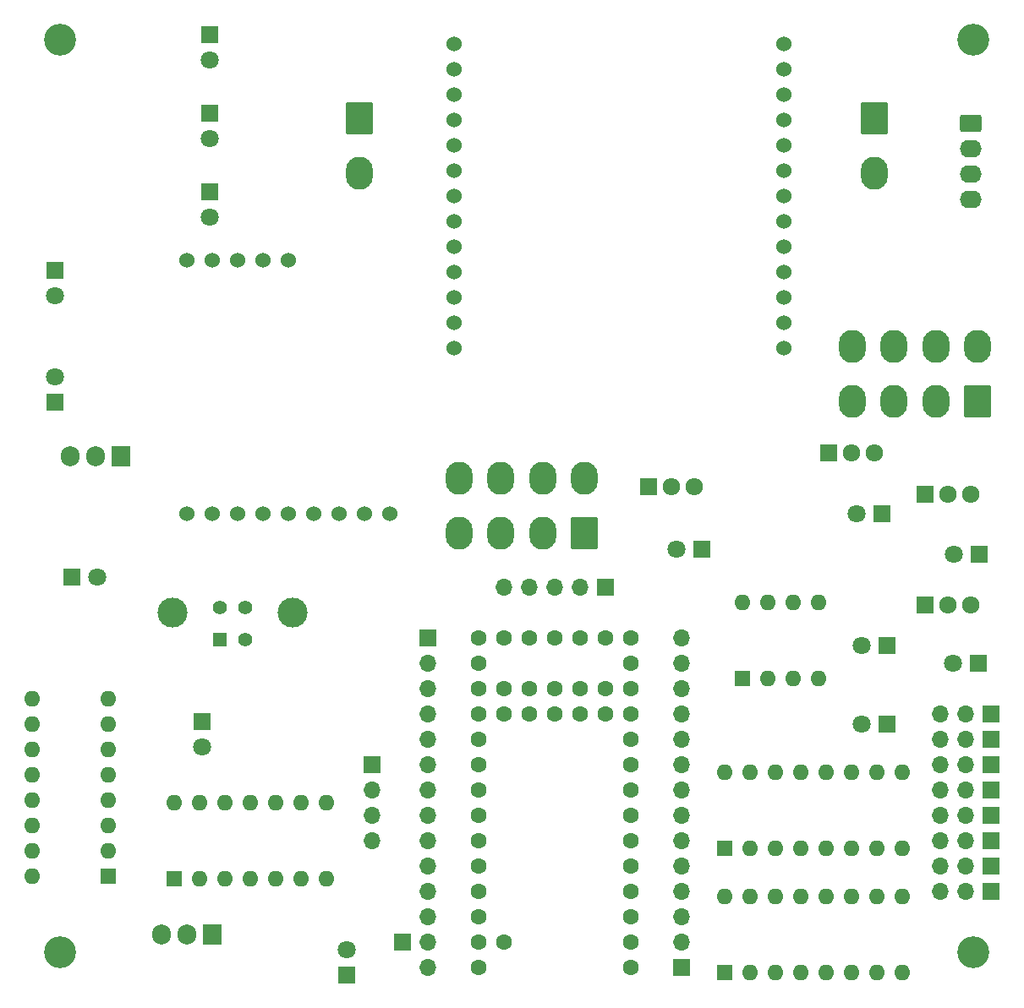
<source format=gbs>
%TF.GenerationSoftware,KiCad,Pcbnew,6.0.10-86aedd382b~118~ubuntu20.04.1*%
%TF.CreationDate,2022-12-27T17:01:33-05:00*%
%TF.ProjectId,AMP_PCBv2,414d505f-5043-4427-9632-2e6b69636164,A*%
%TF.SameCoordinates,Original*%
%TF.FileFunction,Soldermask,Bot*%
%TF.FilePolarity,Negative*%
%FSLAX46Y46*%
G04 Gerber Fmt 4.6, Leading zero omitted, Abs format (unit mm)*
G04 Created by KiCad (PCBNEW 6.0.10-86aedd382b~118~ubuntu20.04.1) date 2022-12-27 17:01:33*
%MOMM*%
%LPD*%
G01*
G04 APERTURE LIST*
G04 Aperture macros list*
%AMRoundRect*
0 Rectangle with rounded corners*
0 $1 Rounding radius*
0 $2 $3 $4 $5 $6 $7 $8 $9 X,Y pos of 4 corners*
0 Add a 4 corners polygon primitive as box body*
4,1,4,$2,$3,$4,$5,$6,$7,$8,$9,$2,$3,0*
0 Add four circle primitives for the rounded corners*
1,1,$1+$1,$2,$3*
1,1,$1+$1,$4,$5*
1,1,$1+$1,$6,$7*
1,1,$1+$1,$8,$9*
0 Add four rect primitives between the rounded corners*
20,1,$1+$1,$2,$3,$4,$5,0*
20,1,$1+$1,$4,$5,$6,$7,0*
20,1,$1+$1,$6,$7,$8,$9,0*
20,1,$1+$1,$8,$9,$2,$3,0*%
G04 Aperture macros list end*
%ADD10R,1.600000X1.600000*%
%ADD11O,1.600000X1.600000*%
%ADD12R,1.700000X1.700000*%
%ADD13O,1.700000X1.700000*%
%ADD14C,1.524000*%
%ADD15R,1.717500X1.800000*%
%ADD16O,1.717500X1.800000*%
%ADD17C,3.200000*%
%ADD18RoundRect,0.250001X-1.099999X-1.399999X1.099999X-1.399999X1.099999X1.399999X-1.099999X1.399999X0*%
%ADD19O,2.700000X3.300000*%
%ADD20R,1.800000X1.800000*%
%ADD21C,1.800000*%
%ADD22RoundRect,0.250001X1.099999X1.399999X-1.099999X1.399999X-1.099999X-1.399999X1.099999X-1.399999X0*%
%ADD23R,1.905000X2.000000*%
%ADD24O,1.905000X2.000000*%
%ADD25C,1.600000*%
%ADD26RoundRect,0.250000X-0.845000X0.620000X-0.845000X-0.620000X0.845000X-0.620000X0.845000X0.620000X0*%
%ADD27O,2.190000X1.740000*%
%ADD28R,1.400000X1.400000*%
%ADD29C,1.400000*%
%ADD30C,3.000000*%
G04 APERTURE END LIST*
D10*
%TO.C,U9*%
X160030000Y-115814000D03*
D11*
X162570000Y-115814000D03*
X165110000Y-115814000D03*
X167650000Y-115814000D03*
X167650000Y-108194000D03*
X165110000Y-108194000D03*
X162570000Y-108194000D03*
X160030000Y-108194000D03*
%TD*%
D12*
%TO.C,JT2*%
X146299000Y-106680000D03*
D13*
X143759000Y-106680000D03*
X141219000Y-106680000D03*
X138679000Y-106680000D03*
X136139000Y-106680000D03*
%TD*%
D14*
%TO.C,J6*%
X164179000Y-82709000D03*
X164179000Y-80169000D03*
X164179000Y-77629000D03*
X164179000Y-75089000D03*
X164179000Y-72549000D03*
X164179000Y-70009000D03*
X164179000Y-67469000D03*
X164179000Y-64929000D03*
X164179000Y-62389000D03*
X164179000Y-59849000D03*
X164179000Y-57309000D03*
X164179000Y-54769000D03*
X164179000Y-52229000D03*
X131159000Y-52229000D03*
X131159000Y-54769000D03*
X131159000Y-57309000D03*
X131159000Y-59849000D03*
X131159000Y-62389000D03*
X131159000Y-64929000D03*
X131159000Y-67469000D03*
X131159000Y-70009000D03*
X131159000Y-72549000D03*
X131159000Y-75089000D03*
X131159000Y-77629000D03*
X131159000Y-80169000D03*
X131159000Y-82709000D03*
%TD*%
D12*
%TO.C,JP8*%
X184897000Y-124460000D03*
D13*
X182357000Y-124460000D03*
X179817000Y-124460000D03*
%TD*%
D12*
%TO.C,JP4*%
X184897000Y-134620000D03*
D13*
X182357000Y-134620000D03*
X179817000Y-134620000D03*
%TD*%
D15*
%TO.C,Q2*%
X178304000Y-97402000D03*
D16*
X180594000Y-97402000D03*
X182884000Y-97402000D03*
%TD*%
D14*
%TO.C,U10*%
X104394000Y-99314000D03*
X106934000Y-99314000D03*
X109474000Y-99314000D03*
X112014000Y-99314000D03*
X114554000Y-99314000D03*
X117094000Y-99314000D03*
X119634000Y-99314000D03*
X122174000Y-99314000D03*
X124714000Y-99314000D03*
X104394000Y-73914000D03*
X106934000Y-73914000D03*
X109474000Y-73914000D03*
X112014000Y-73914000D03*
X114554000Y-73914000D03*
%TD*%
D12*
%TO.C,JT1*%
X153924000Y-144770000D03*
D13*
X153924000Y-142230000D03*
X153924000Y-139690000D03*
X153924000Y-137150000D03*
X153924000Y-134610000D03*
X153924000Y-132070000D03*
X153924000Y-129530000D03*
X153924000Y-126990000D03*
X153924000Y-124450000D03*
X153924000Y-121910000D03*
X153924000Y-119370000D03*
X153924000Y-116830000D03*
X153924000Y-114290000D03*
X153924000Y-111750000D03*
%TD*%
D12*
%TO.C,JP5*%
X184897000Y-132080000D03*
D13*
X182357000Y-132080000D03*
X179817000Y-132080000D03*
%TD*%
D17*
%TO.C,H4*%
X91694000Y-51816000D03*
%TD*%
D12*
%TO.C,JP10*%
X184897000Y-119380000D03*
D13*
X182357000Y-119380000D03*
X179817000Y-119380000D03*
%TD*%
D18*
%TO.C,J2*%
X173228000Y-59742000D03*
D19*
X173228000Y-65242000D03*
%TD*%
D20*
%TO.C,D11*%
X106680000Y-59187000D03*
D21*
X106680000Y-61727000D03*
%TD*%
D17*
%TO.C,H1*%
X91694000Y-143256000D03*
%TD*%
D15*
%TO.C,Q3*%
X168652000Y-93218000D03*
D16*
X170942000Y-93218000D03*
X173232000Y-93218000D03*
%TD*%
D20*
%TO.C,D10*%
X106680000Y-67056000D03*
D21*
X106680000Y-69596000D03*
%TD*%
D12*
%TO.C,JT4*%
X125984000Y-142240000D03*
%TD*%
D22*
%TO.C,J4*%
X144222000Y-101294000D03*
D19*
X140022000Y-101294000D03*
X135822000Y-101294000D03*
X131622000Y-101294000D03*
X144222000Y-95794000D03*
X140022000Y-95794000D03*
X135822000Y-95794000D03*
X131622000Y-95794000D03*
%TD*%
D12*
%TO.C,JP7*%
X184897000Y-127000000D03*
D13*
X182357000Y-127000000D03*
X179817000Y-127000000D03*
%TD*%
D20*
%TO.C,D13*%
X105918000Y-120142000D03*
D21*
X105918000Y-122682000D03*
%TD*%
D23*
%TO.C,U3*%
X106934000Y-141478000D03*
D24*
X104394000Y-141478000D03*
X101854000Y-141478000D03*
%TD*%
D20*
%TO.C,D3*%
X92884000Y-105664000D03*
D21*
X95424000Y-105664000D03*
%TD*%
D10*
%TO.C,U8*%
X103119000Y-135880000D03*
D11*
X105659000Y-135880000D03*
X108199000Y-135880000D03*
X110739000Y-135880000D03*
X113279000Y-135880000D03*
X115819000Y-135880000D03*
X118359000Y-135880000D03*
X118359000Y-128260000D03*
X115819000Y-128260000D03*
X113279000Y-128260000D03*
X110739000Y-128260000D03*
X108199000Y-128260000D03*
X105659000Y-128260000D03*
X103119000Y-128260000D03*
%TD*%
D12*
%TO.C,J5*%
X122936000Y-124460000D03*
D13*
X122936000Y-127000000D03*
X122936000Y-129540000D03*
X122936000Y-132080000D03*
%TD*%
D12*
%TO.C,JP6*%
X184897000Y-129540000D03*
D13*
X182357000Y-129540000D03*
X179817000Y-129540000D03*
%TD*%
D20*
%TO.C,D4*%
X183642000Y-114300000D03*
D21*
X181102000Y-114300000D03*
%TD*%
D10*
%TO.C,U6*%
X158257000Y-132832000D03*
D11*
X160797000Y-132832000D03*
X163337000Y-132832000D03*
X165877000Y-132832000D03*
X168417000Y-132832000D03*
X170957000Y-132832000D03*
X173497000Y-132832000D03*
X176037000Y-132832000D03*
X176037000Y-125212000D03*
X173497000Y-125212000D03*
X170957000Y-125212000D03*
X168417000Y-125212000D03*
X165877000Y-125212000D03*
X163337000Y-125212000D03*
X160797000Y-125212000D03*
X158257000Y-125212000D03*
%TD*%
D12*
%TO.C,JP9*%
X184897000Y-121920000D03*
D13*
X182357000Y-121920000D03*
X179817000Y-121920000D03*
%TD*%
D20*
%TO.C,D6*%
X173995000Y-99314000D03*
D21*
X171455000Y-99314000D03*
%TD*%
D10*
%TO.C,U5*%
X158257000Y-145278000D03*
D11*
X160797000Y-145278000D03*
X163337000Y-145278000D03*
X165877000Y-145278000D03*
X168417000Y-145278000D03*
X170957000Y-145278000D03*
X173497000Y-145278000D03*
X176037000Y-145278000D03*
X176037000Y-137658000D03*
X173497000Y-137658000D03*
X170957000Y-137658000D03*
X168417000Y-137658000D03*
X165877000Y-137658000D03*
X163337000Y-137658000D03*
X160797000Y-137658000D03*
X158257000Y-137658000D03*
%TD*%
D20*
%TO.C,D7*%
X155956000Y-102870000D03*
D21*
X153416000Y-102870000D03*
%TD*%
D25*
%TO.C,U1*%
X148844000Y-144780000D03*
X148844000Y-142240000D03*
X148844000Y-139700000D03*
X148844000Y-137160000D03*
X148844000Y-134620000D03*
X148844000Y-132080000D03*
X148844000Y-129540000D03*
X148844000Y-127000000D03*
X148844000Y-124460000D03*
X148844000Y-121920000D03*
X148844000Y-119380000D03*
X148844000Y-116840000D03*
X148844000Y-114300000D03*
X148844000Y-111760000D03*
X146304000Y-111760000D03*
X143764000Y-111760000D03*
X141224000Y-111760000D03*
X138684000Y-111760000D03*
X136144000Y-111760000D03*
X133604000Y-111760000D03*
X133604000Y-114300000D03*
X133604000Y-116840000D03*
X133604000Y-119380000D03*
X133604000Y-121920000D03*
X133604000Y-124460000D03*
X133604000Y-127000000D03*
X133604000Y-129540000D03*
X133604000Y-132080000D03*
X133604000Y-134620000D03*
X133604000Y-137160000D03*
X133604000Y-139700000D03*
X133604000Y-142240000D03*
X133604000Y-144780000D03*
X136144000Y-142240000D03*
X136144000Y-116840000D03*
X136144000Y-119380000D03*
X138684000Y-116840000D03*
X138684000Y-119380000D03*
X141224000Y-116840000D03*
X141224000Y-119380000D03*
X143764000Y-116840000D03*
X143764000Y-119380000D03*
X146304000Y-116840000D03*
X146304000Y-119380000D03*
%TD*%
D15*
%TO.C,Q1*%
X178304000Y-108458000D03*
D16*
X180594000Y-108458000D03*
X182884000Y-108458000D03*
%TD*%
D18*
%TO.C,J1*%
X121666000Y-59742000D03*
D19*
X121666000Y-65242000D03*
%TD*%
D10*
%TO.C,U7*%
X96541500Y-135621000D03*
D11*
X96541500Y-133081000D03*
X96541500Y-130541000D03*
X96541500Y-128001000D03*
X96541500Y-125461000D03*
X96541500Y-122921000D03*
X96541500Y-120381000D03*
X96541500Y-117841000D03*
X88921500Y-117841000D03*
X88921500Y-120381000D03*
X88921500Y-122921000D03*
X88921500Y-125461000D03*
X88921500Y-128001000D03*
X88921500Y-130541000D03*
X88921500Y-133081000D03*
X88921500Y-135621000D03*
%TD*%
D12*
%TO.C,JT3*%
X128524000Y-111760000D03*
D13*
X128524000Y-114300000D03*
X128524000Y-116840000D03*
X128524000Y-119380000D03*
X128524000Y-121920000D03*
X128524000Y-124460000D03*
X128524000Y-127000000D03*
X128524000Y-129540000D03*
X128524000Y-132080000D03*
X128524000Y-134620000D03*
X128524000Y-137160000D03*
X128524000Y-139700000D03*
X128524000Y-142240000D03*
X128524000Y-144780000D03*
%TD*%
D20*
%TO.C,D14*%
X91186000Y-74925000D03*
D21*
X91186000Y-77465000D03*
%TD*%
D20*
%TO.C,D8*%
X174503000Y-120396000D03*
D21*
X171963000Y-120396000D03*
%TD*%
D26*
%TO.C,JX1*%
X182880000Y-60198000D03*
D27*
X182880000Y-62738000D03*
X182880000Y-65278000D03*
X182880000Y-67818000D03*
%TD*%
D20*
%TO.C,D5*%
X183682000Y-103378000D03*
D21*
X181142000Y-103378000D03*
%TD*%
D20*
%TO.C,D2*%
X120396000Y-145562000D03*
D21*
X120396000Y-143022000D03*
%TD*%
D23*
%TO.C,U4*%
X97790000Y-93543000D03*
D24*
X95250000Y-93543000D03*
X92710000Y-93543000D03*
%TD*%
D20*
%TO.C,D1*%
X91186000Y-88138000D03*
D21*
X91186000Y-85598000D03*
%TD*%
D20*
%TO.C,D9*%
X174503000Y-112522000D03*
D21*
X171963000Y-112522000D03*
%TD*%
D22*
%TO.C,J3*%
X183592000Y-88086000D03*
D19*
X179392000Y-88086000D03*
X175192000Y-88086000D03*
X170992000Y-88086000D03*
X183592000Y-82586000D03*
X179392000Y-82586000D03*
X175192000Y-82586000D03*
X170992000Y-82586000D03*
%TD*%
D12*
%TO.C,JP3*%
X184897000Y-137160000D03*
D13*
X182357000Y-137160000D03*
X179817000Y-137160000D03*
%TD*%
D17*
%TO.C,H2*%
X183134000Y-143256000D03*
%TD*%
D20*
%TO.C,D12*%
X106680000Y-51313000D03*
D21*
X106680000Y-53853000D03*
%TD*%
D15*
%TO.C,Q4*%
X150613000Y-96640000D03*
D16*
X152903000Y-96640000D03*
X155193000Y-96640000D03*
%TD*%
D17*
%TO.C,H3*%
X183134000Y-51816000D03*
%TD*%
D28*
%TO.C,USB1*%
X107716000Y-111956500D03*
D29*
X110216000Y-111956500D03*
X110216000Y-108756500D03*
X107716000Y-108756500D03*
D30*
X102946000Y-109246500D03*
X114986000Y-109246500D03*
%TD*%
M02*

</source>
